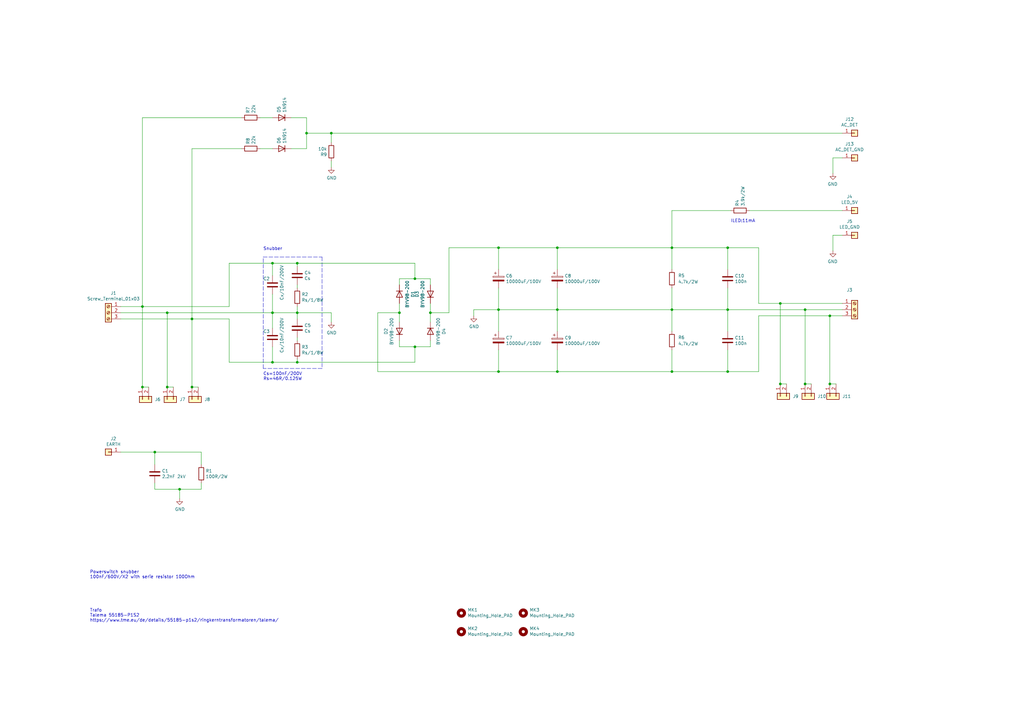
<source format=kicad_sch>
(kicad_sch (version 20211123) (generator eeschema)
  (paper "A3")
  (title_block (title "PSU for MOSFET Amp 80W") (date "2022-02-11") (rev "V4"))
  (lib_symbols
    (symbol "Connector:Screw_Terminal_01x03" (pin_names (offset 1.016) hide)
      (property "Reference" "J" (at 0 5.08 0))
      (property "Value" "Screw_Terminal_01x03" (at 0 -5.08 0))
      (symbol "Screw_Terminal_01x03_1_1"
        (rectangle (start -1.27 3.81) (end 1.27 -3.81) (stroke (width 0.254)) (fill (type background)))
        (circle (center 0 -2.54) (radius 0.635) (stroke (width 0.1524)))
        (polyline (pts (xy -0.5334 -2.2098) (xy 0.3302 -3.048)) (stroke (width 0.1524)))
        (polyline (pts (xy -0.5334 0.3302) (xy 0.3302 -0.508)) (stroke (width 0.1524)))
        (polyline (pts (xy -0.5334 2.8702) (xy 0.3302 2.032)) (stroke (width 0.1524)))
        (polyline (pts (xy -0.3556 -2.032) (xy 0.508 -2.8702)) (stroke (width 0.1524)))
        (polyline (pts (xy -0.3556 0.508) (xy 0.508 -0.3302)) (stroke (width 0.1524)))
        (polyline (pts (xy -0.3556 3.048) (xy 0.508 2.2098)) (stroke (width 0.1524)))
        (circle (center 0 0) (radius 0.635) (stroke (width 0.1524)))
        (circle (center 0 2.54) (radius 0.635) (stroke (width 0.1524)))
        (pin passive line (at -5.08 2.54 0) (length 3.81) (name "Pin_1") (number "1"))
        (pin passive line (at -5.08 0 0) (length 3.81) (name "Pin_2") (number "2"))
        (pin passive line (at -5.08 -2.54 0) (length 3.81) (name "Pin_3") (number "3"))
      )
    )
    (symbol "Connector_Generic:Conn_01x01" (pin_names (offset 1.016) hide)
      (property "Reference" "J" (at 0 2.54 0))
      (property "Value" "Conn_01x01" (at 0 -2.54 0))
      (symbol "Conn_01x01_1_1"
        (rectangle (start -1.27 0.127) (end 0 -0.127) (stroke (width 0.1524)))
        (rectangle (start -1.27 1.27) (end 1.27 -1.27) (stroke (width 0.254)) (fill (type background)))
        (pin passive line (at -5.08 0 0) (length 3.81) (name "Pin_1") (number "1"))
      )
    )
    (symbol "Connector_Generic:Conn_01x02" (pin_names (offset 1.016) hide)
      (property "Reference" "J" (at 0 2.54 0))
      (property "Value" "Conn_01x02" (at 0 -5.08 0))
      (symbol "Conn_01x02_1_1"
        (rectangle (start -1.27 -2.413) (end 0 -2.667) (stroke (width 0.1524)))
        (rectangle (start -1.27 0.127) (end 0 -0.127) (stroke (width 0.1524)))
        (rectangle (start -1.27 1.27) (end 1.27 -3.81) (stroke (width 0.254)) (fill (type background)))
        (pin passive line (at -5.08 0 0) (length 3.81) (name "Pin_1") (number "1"))
        (pin passive line (at -5.08 -2.54 0) (length 3.81) (name "Pin_2") (number "2"))
      )
    )
    (symbol "Device:C" (pin_numbers hide) (pin_names (offset 0.254))
      (property "Reference" "C" (at 0.635 2.54 0))
      (property "Value" "C" (at 0.635 -2.54 0))
      (symbol "C_0_1"
        (polyline (pts (xy -2.032 -0.762) (xy 2.032 -0.762)) (stroke (width 0.508)))
        (polyline (pts (xy -2.032 0.762) (xy 2.032 0.762)) (stroke (width 0.508)))
      )
      (symbol "C_1_1"
        (pin passive line (at 0 3.81 270) (length 2.794) (name "~") (number "1"))
        (pin passive line (at 0 -3.81 90) (length 2.794) (name "~") (number "2"))
      )
    )
    (symbol "Device:CP" (pin_numbers hide) (pin_names (offset 0.254))
      (property "Reference" "C" (at 0.635 2.54 0))
      (property "Value" "Device_CP" (at 0.635 -2.54 0))
      (symbol "CP_0_1"
        (rectangle (start -2.286 0.508) (end 2.286 1.016))
        (polyline (pts (xy -1.778 2.286) (xy -0.762 2.286)))
        (polyline (pts (xy -1.27 2.794) (xy -1.27 1.778)))
        (rectangle (start 2.286 -0.508) (end -2.286 -1.016) (fill (type outline)))
      )
      (symbol "CP_1_1"
        (pin passive line (at 0 3.81 270) (length 2.794) (name "~") (number "1"))
        (pin passive line (at 0 -3.81 90) (length 2.794) (name "~") (number "2"))
      )
    )
    (symbol "Device:D" (pin_numbers hide) (pin_names (offset 1.016) hide)
      (property "Reference" "D" (at 0 2.54 0))
      (property "Value" "D" (at 0 -2.54 0))
      (symbol "D_0_1"
        (polyline (pts (xy -1.27 1.27) (xy -1.27 -1.27)) (stroke (width 0.254)))
        (polyline (pts (xy 1.27 0) (xy -1.27 0)))
        (polyline (pts (xy 1.27 1.27) (xy 1.27 -1.27) (xy -1.27 0) (xy 1.27 1.27)) (stroke (width 0.254)))
      )
      (symbol "D_1_1"
        (pin passive line (at -3.81 0 0) (length 2.54) (name "K") (number "1"))
        (pin passive line (at 3.81 0 180) (length 2.54) (name "A") (number "2"))
      )
    )
    (symbol "Device:R" (pin_numbers hide) (pin_names (offset 0))
      (property "Reference" "R" (at 2.032 0 90))
      (property "Value" "R" (at 0 0 90))
      (symbol "R_0_1"
        (rectangle (start -1.016 -2.54) (end 1.016 2.54) (stroke (width 0.254)))
      )
      (symbol "R_1_1"
        (pin passive line (at 0 3.81 270) (length 1.27) (name "~") (number "1"))
        (pin passive line (at 0 -3.81 90) (length 1.27) (name "~") (number "2"))
      )
    )
    (symbol "Diode:1N4148" (pin_numbers hide) (pin_names (offset 1.016) hide)
      (property "Reference" "D" (at 0 2.54 0))
      (property "Value" "1N4148" (at 0 -2.54 0))
      (symbol "1N4148_0_1"
        (polyline (pts (xy -1.27 1.27) (xy -1.27 -1.27)) (stroke (width 0.254)))
        (polyline (pts (xy 1.27 0) (xy -1.27 0)))
        (polyline (pts (xy 1.27 1.27) (xy 1.27 -1.27) (xy -1.27 0) (xy 1.27 1.27)) (stroke (width 0.254)))
      )
      (symbol "1N4148_1_1"
        (pin passive line (at -3.81 0 0) (length 2.54) (name "K") (number "1"))
        (pin passive line (at 3.81 0 180) (length 2.54) (name "A") (number "2"))
      )
    )
    (symbol "Mechanical:MountingHole" (pin_names (offset 1.016))
      (property "Reference" "H" (at 0 5.08 0))
      (property "Value" "MountingHole" (at 0 3.175 0))
      (symbol "MountingHole_0_1"
        (circle (center 0 0) (radius 1.27) (stroke (width 1.27)))
      )
    )
    (symbol "power:GND" (power) (pin_names (offset 0))
      (property "Value" "GND" (at 0 -3.81 0))
      (symbol "GND_0_1"
        (polyline (pts (xy 0 0) (xy 0 -1.27) (xy 1.27 -1.27) (xy 0 -2.54) (xy -1.27 -1.27) (xy 0 -1.27)))
      )
      (symbol "GND_1_1"
        (pin power_in line (at 0 0 270) (length 0) hide (name "GND") (number "1"))
      )
    )
  )
  (junction (at 204.47 127))
  (junction (at 228.6 127))
  (junction (at 228.6 152.4))
  (junction (at 298.45 101.6))
  (junction (at 111.76 107.95))
  (junction (at 111.76 148.59))
  (junction (at 78.74 130.81))
  (junction (at 163.83 128.27))
  (junction (at 330.2 127))
  (junction (at 228.6 101.6))
  (junction (at 204.47 152.4))
  (junction (at 275.59 152.4))
  (junction (at 121.92 128.27))
  (junction (at 58.42 158.75))
  (junction (at 320.04 157.48))
  (junction (at 121.92 107.95))
  (junction (at 121.92 148.59))
  (junction (at 204.47 101.6))
  (junction (at 340.36 129.54))
  (junction (at 320.04 124.46))
  (junction (at 73.66 200.66))
  (junction (at 176.53 128.27))
  (junction (at 78.74 158.75))
  (junction (at 330.2 157.48))
  (junction (at 68.58 128.27))
  (junction (at 58.42 125.73))
  (junction (at 125.73 54.61))
  (junction (at 68.58 158.75))
  (junction (at 63.5 185.42))
  (junction (at 135.89 54.61))
  (junction (at 340.36 157.48))
  (junction (at 298.45 152.4))
  (junction (at 298.45 127))
  (junction (at 170.18 142.24))
  (junction (at 275.59 127))
  (junction (at 275.59 101.6))
  (junction (at 111.76 128.27))
  (junction (at 170.18 114.3))
  (wire (pts (xy 176.53 139.7) (xy 176.53 142.24)))
  (wire (pts (xy 82.55 200.66) (xy 73.66 200.66)))
  (wire (pts (xy 311.15 101.6) (xy 311.15 124.46)))
  (wire (pts (xy 176.53 124.46) (xy 176.53 128.27)))
  (wire (pts (xy 320.04 157.48) (xy 322.58 157.48)))
  (wire (pts (xy 154.94 128.27) (xy 154.94 152.4)))
  (wire (pts (xy 163.83 142.24) (xy 170.18 142.24)))
  (wire (pts (xy 73.66 204.47) (xy 73.66 200.66)))
  (wire (pts (xy 275.59 101.6) (xy 275.59 110.49)))
  (wire (pts (xy 228.6 127) (xy 228.6 118.11)))
  (wire (pts (xy 163.83 124.46) (xy 163.83 128.27)))
  (wire (pts (xy 106.68 60.96) (xy 111.76 60.96)))
  (wire (pts (xy 194.31 127) (xy 204.47 127)))
  (wire (pts (xy 135.89 132.08) (xy 135.89 128.27)))
  (wire (pts (xy 275.59 86.36) (xy 275.59 101.6)))
  (wire (pts (xy 163.83 114.3) (xy 170.18 114.3)))
  (wire (pts (xy 341.63 64.77) (xy 345.44 64.77)))
  (wire (pts (xy 184.15 101.6) (xy 204.47 101.6)))
  (wire (pts (xy 111.76 120.65) (xy 111.76 128.27)))
  (wire (pts (xy 204.47 127) (xy 204.47 118.11)))
  (wire (pts (xy 204.47 152.4) (xy 228.6 152.4)))
  (wire (pts (xy 68.58 158.75) (xy 71.12 158.75)))
  (wire (pts (xy 93.98 148.59) (xy 111.76 148.59)))
  (wire (pts (xy 121.92 139.7) (xy 121.92 138.43)))
  (wire (pts (xy 311.15 129.54) (xy 340.36 129.54)))
  (wire (pts (xy 135.89 66.04) (xy 135.89 68.58)))
  (wire (pts (xy 93.98 107.95) (xy 111.76 107.95)))
  (wire (pts (xy 275.59 152.4) (xy 298.45 152.4)))
  (wire (pts (xy 58.42 48.26) (xy 58.42 125.73)))
  (wire (pts (xy 341.63 102.87) (xy 341.63 96.52)))
  (wire (pts (xy 204.47 127) (xy 204.47 135.89)))
  (wire (pts (xy 275.59 143.51) (xy 275.59 152.4)))
  (wire (pts (xy 320.04 124.46) (xy 320.04 157.48)))
  (wire (pts (xy 204.47 110.49) (xy 204.47 101.6)))
  (wire (pts (xy 298.45 152.4) (xy 311.15 152.4)))
  (wire (pts (xy 63.5 185.42) (xy 49.53 185.42)))
  (wire (pts (xy 341.63 96.52) (xy 345.44 96.52)))
  (wire (pts (xy 111.76 134.62) (xy 111.76 128.27)))
  (wire (pts (xy 298.45 110.49) (xy 298.45 101.6)))
  (wire (pts (xy 82.55 185.42) (xy 63.5 185.42)))
  (wire (pts (xy 228.6 152.4) (xy 275.59 152.4)))
  (wire (pts (xy 121.92 107.95) (xy 111.76 107.95)))
  (wire (pts (xy 176.53 128.27) (xy 176.53 132.08)))
  (polyline (pts (xy 107.95 105.41) (xy 132.08 105.41)))
  (wire (pts (xy 125.73 54.61) (xy 125.73 48.26)))
  (wire (pts (xy 340.36 157.48) (xy 342.9 157.48)))
  (wire (pts (xy 170.18 142.24) (xy 176.53 142.24)))
  (wire (pts (xy 78.74 130.81) (xy 93.98 130.81)))
  (wire (pts (xy 63.5 200.66) (xy 63.5 198.12)))
  (wire (pts (xy 311.15 124.46) (xy 320.04 124.46)))
  (wire (pts (xy 93.98 125.73) (xy 93.98 107.95)))
  (wire (pts (xy 204.47 101.6) (xy 228.6 101.6)))
  (wire (pts (xy 93.98 130.81) (xy 93.98 148.59)))
  (wire (pts (xy 111.76 128.27) (xy 121.92 128.27)))
  (wire (pts (xy 176.53 114.3) (xy 176.53 116.84)))
  (wire (pts (xy 163.83 114.3) (xy 163.83 116.84)))
  (wire (pts (xy 275.59 118.11) (xy 275.59 127)))
  (wire (pts (xy 82.55 198.12) (xy 82.55 200.66)))
  (wire (pts (xy 163.83 142.24) (xy 163.83 139.7)))
  (wire (pts (xy 204.47 127) (xy 228.6 127)))
  (wire (pts (xy 121.92 148.59) (xy 170.18 148.59)))
  (wire (pts (xy 330.2 127) (xy 330.2 157.48)))
  (wire (pts (xy 170.18 148.59) (xy 170.18 142.24)))
  (wire (pts (xy 111.76 142.24) (xy 111.76 148.59)))
  (wire (pts (xy 121.92 128.27) (xy 135.89 128.27)))
  (wire (pts (xy 320.04 124.46) (xy 345.44 124.46)))
  (wire (pts (xy 228.6 127) (xy 275.59 127)))
  (wire (pts (xy 228.6 101.6) (xy 275.59 101.6)))
  (wire (pts (xy 119.38 60.96) (xy 125.73 60.96)))
  (wire (pts (xy 49.53 130.81) (xy 78.74 130.81)))
  (wire (pts (xy 121.92 118.11) (xy 121.92 116.84)))
  (wire (pts (xy 204.47 143.51) (xy 204.47 152.4)))
  (wire (pts (xy 311.15 129.54) (xy 311.15 152.4)))
  (wire (pts (xy 228.6 110.49) (xy 228.6 101.6)))
  (wire (pts (xy 194.31 129.54) (xy 194.31 127)))
  (wire (pts (xy 176.53 128.27) (xy 184.15 128.27)))
  (wire (pts (xy 275.59 101.6) (xy 298.45 101.6)))
  (wire (pts (xy 307.34 86.36) (xy 345.44 86.36)))
  (wire (pts (xy 125.73 54.61) (xy 125.73 60.96)))
  (polyline (pts (xy 132.08 105.41) (xy 132.08 151.13)))
  (wire (pts (xy 228.6 135.89) (xy 228.6 127)))
  (polyline (pts (xy 132.08 151.13) (xy 107.95 151.13)))
  (wire (pts (xy 63.5 185.42) (xy 63.5 190.5)))
  (wire (pts (xy 78.74 130.81) (xy 78.74 158.75)))
  (wire (pts (xy 298.45 127) (xy 330.2 127)))
  (wire (pts (xy 170.18 107.95) (xy 170.18 114.3)))
  (wire (pts (xy 330.2 157.48) (xy 332.74 157.48)))
  (wire (pts (xy 49.53 128.27) (xy 68.58 128.27)))
  (wire (pts (xy 58.42 125.73) (xy 93.98 125.73)))
  (wire (pts (xy 170.18 114.3) (xy 176.53 114.3)))
  (wire (pts (xy 275.59 127) (xy 275.59 135.89)))
  (wire (pts (xy 298.45 101.6) (xy 311.15 101.6)))
  (wire (pts (xy 341.63 71.12) (xy 341.63 64.77)))
  (wire (pts (xy 154.94 152.4) (xy 204.47 152.4)))
  (wire (pts (xy 49.53 125.73) (xy 58.42 125.73)))
  (wire (pts (xy 121.92 130.81) (xy 121.92 128.27)))
  (wire (pts (xy 184.15 101.6) (xy 184.15 128.27)))
  (wire (pts (xy 68.58 128.27) (xy 68.58 158.75)))
  (polyline (pts (xy 107.95 151.13) (xy 107.95 105.41)))
  (wire (pts (xy 298.45 143.51) (xy 298.45 152.4)))
  (wire (pts (xy 106.68 48.26) (xy 111.76 48.26)))
  (wire (pts (xy 298.45 127) (xy 298.45 135.89)))
  (wire (pts (xy 125.73 48.26) (xy 119.38 48.26)))
  (wire (pts (xy 82.55 190.5) (xy 82.55 185.42)))
  (wire (pts (xy 78.74 158.75) (xy 81.28 158.75)))
  (wire (pts (xy 228.6 152.4) (xy 228.6 143.51)))
  (wire (pts (xy 275.59 127) (xy 298.45 127)))
  (wire (pts (xy 111.76 148.59) (xy 121.92 148.59)))
  (wire (pts (xy 58.42 125.73) (xy 58.42 158.75)))
  (wire (pts (xy 73.66 200.66) (xy 63.5 200.66)))
  (wire (pts (xy 163.83 128.27) (xy 163.83 132.08)))
  (wire (pts (xy 135.89 54.61) (xy 345.44 54.61)))
  (wire (pts (xy 111.76 113.03) (xy 111.76 107.95)))
  (wire (pts (xy 99.06 48.26) (xy 58.42 48.26)))
  (wire (pts (xy 99.06 60.96) (xy 78.74 60.96)))
  (wire (pts (xy 340.36 129.54) (xy 340.36 157.48)))
  (wire (pts (xy 121.92 109.22) (xy 121.92 107.95)))
  (wire (pts (xy 298.45 118.11) (xy 298.45 127)))
  (wire (pts (xy 68.58 128.27) (xy 111.76 128.27)))
  (wire (pts (xy 58.42 158.75) (xy 60.96 158.75)))
  (wire (pts (xy 78.74 60.96) (xy 78.74 130.81)))
  (wire (pts (xy 135.89 54.61) (xy 135.89 58.42)))
  (wire (pts (xy 121.92 148.59) (xy 121.92 147.32)))
  (wire (pts (xy 121.92 107.95) (xy 170.18 107.95)))
  (wire (pts (xy 125.73 54.61) (xy 135.89 54.61)))
  (wire (pts (xy 121.92 128.27) (xy 121.92 125.73)))
  (wire (pts (xy 299.72 86.36) (xy 275.59 86.36)))
  (wire (pts (xy 330.2 127) (xy 345.44 127)))
  (wire (pts (xy 340.36 129.54) (xy 345.44 129.54)))
  (wire (pts (xy 163.83 128.27) (xy 154.94 128.27)))
  (text "ILED:11mA" (at 299.72 91.44 0) (effects (font (size 1.27 1.27)) (justify left bottom)))
  (text "Snubber" (at 107.95 102.87 0) (effects (font (size 1.27 1.27)) (justify left bottom)))
  (text "Trafo\nTalema 55185-P1S2\nhttps://www.tme.eu/de/details/55185-p1s2/ringkerntransformatoren/talema/" (at 36.83 255.27 0) (effects (font (size 1.27 1.27)) (justify left bottom)))
  (text "Powerswitch snubber\n100nF/600V/X2 with serie resistor 100Ohm" (at 36.83 237.49 0) (effects (font (size 1.27 1.27)) (justify left bottom)))
  (text "Cs=100nF/200V\nRs=46R/0.125W" (at 107.95 156.21 0) (effects (font (size 1.27 1.27)) (justify left bottom)))
  (symbol (lib_id "power:GND") (at 135.89 132.08 0) (unit 1)
    (property "Reference" "#PWR0101" (effects hide))
    (property "Value" "GND" (at 136.017 136.4742 0))
  )
  (symbol (lib_id "Device:C") (at 111.76 116.84 0) (unit 1)
    (property "Reference" "C2" (at 107.95 114.3 0) (effects (justify left)))
    (property "Value" "Cx/10nF/200V" (at 115.57 123.19 90) (effects (justify left)))
    (property "Footprint" "Capacitor_SMD:C_0805_2012Metric_Pad1.18x1.45mm_HandSolder" (effects hide))
  )
  (symbol (lib_id "Device:C") (at 111.76 138.43 0) (unit 1)
    (property "Reference" "C3" (at 107.95 135.89 0) (effects (justify left)))
    (property "Value" "Cx/10nF/200V" (at 115.57 144.78 90) (effects (justify left)))
    (property "Footprint" "Capacitor_SMD:C_0805_2012Metric_Pad1.18x1.45mm_HandSolder" (effects hide))
  )
  (symbol (lib_id "Device:C") (at 121.92 113.03 0) (unit 1)
    (property "Reference" "C4" (at 124.841 111.8616 0) (effects (justify left)))
    (property "Value" "Cs" (at 124.841 114.173 0) (effects (justify left)))
    (property "Footprint" "Capacitor_SMD:C_1206_3216Metric_Pad1.33x1.80mm_HandSolder" (effects hide))
  )
  (symbol (lib_id "Device:R") (at 121.92 121.92 0) (unit 1)
    (property "Reference" "R2" (at 123.698 120.7516 0) (effects (justify left)))
    (property "Value" "Rs/1/8W" (at 123.698 123.063 0) (effects (justify left)))
    (property "Footprint" "Resistor_SMD:R_0805_2012Metric_Pad1.20x1.40mm_HandSolder" (effects hide))
  )
  (symbol (lib_id "Device:C") (at 121.92 134.62 0) (unit 1)
    (property "Reference" "C5" (at 124.841 133.4516 0) (effects (justify left)))
    (property "Value" "Cs" (at 124.841 135.763 0) (effects (justify left)))
    (property "Footprint" "Capacitor_SMD:C_1206_3216Metric_Pad1.33x1.80mm_HandSolder" (effects hide))
  )
  (symbol (lib_id "Device:R") (at 121.92 143.51 0) (unit 1)
    (property "Reference" "R3" (at 123.698 142.3416 0) (effects (justify left)))
    (property "Value" "Rs/1/8W" (at 123.698 144.653 0) (effects (justify left)))
    (property "Footprint" "Resistor_SMD:R_0805_2012Metric_Pad1.20x1.40mm_HandSolder" (effects hide))
  )
  (symbol (lib_id "Device:C") (at 298.45 114.3 0) (unit 1)
    (property "Reference" "C10" (at 301.371 113.1316 0) (effects (justify left)))
    (property "Value" "100n" (at 301.371 115.443 0) (effects (justify left)))
    (property "Footprint" "Capacitor_THT:C_Rect_L7.2mm_W2.5mm_P5.00mm_FKS2_FKP2_MKS2_MKP2" (effects hide))
  )
  (symbol (lib_id "Device:C") (at 298.45 139.7 0) (unit 1)
    (property "Reference" "C11" (at 301.371 138.5316 0) (effects (justify left)))
    (property "Value" "100n" (at 301.371 140.843 0) (effects (justify left)))
    (property "Footprint" "Capacitor_THT:C_Rect_L7.2mm_W2.5mm_P5.00mm_FKS2_FKP2_MKS2_MKP2" (effects hide))
  )
  (symbol (lib_id "Mechanical:MountingHole") (at 189.23 251.46 0) (unit 1)
    (property "Reference" "MK1" (at 191.77 250.1646 0) (effects (justify left)))
    (property "Value" "Mounting_Hole_PAD" (at 191.77 252.476 0) (effects (justify left)))
    (property "Footprint" "MountingHole:MountingHole_3.2mm_M3" (effects hide))
  )
  (symbol (lib_id "Mechanical:MountingHole") (at 189.23 259.08 0) (unit 1)
    (property "Reference" "MK2" (at 191.77 257.7846 0) (effects (justify left)))
    (property "Value" "Mounting_Hole_PAD" (at 191.77 260.096 0) (effects (justify left)))
    (property "Footprint" "MountingHole:MountingHole_3.2mm_M3" (effects hide))
  )
  (symbol (lib_id "Mechanical:MountingHole") (at 214.63 251.46 0) (unit 1)
    (property "Reference" "MK3" (at 217.17 250.1646 0) (effects (justify left)))
    (property "Value" "Mounting_Hole_PAD" (at 217.17 252.476 0) (effects (justify left)))
    (property "Footprint" "MountingHole:MountingHole_3.2mm_M3" (effects hide))
  )
  (symbol (lib_id "Mechanical:MountingHole") (at 214.63 259.08 0) (unit 1)
    (property "Reference" "MK4" (at 217.17 257.7846 0) (effects (justify left)))
    (property "Value" "Mounting_Hole_PAD" (at 217.17 260.096 0) (effects (justify left)))
    (property "Footprint" "MountingHole:MountingHole_3.2mm_M3" (effects hide))
  )
  (symbol (lib_id "Device:CP") (at 204.47 139.7 0) (unit 1)
    (property "Reference" "C7" (at 207.4672 138.5316 0) (effects (justify left)))
    (property "Value" "10000uF/100V" (at 207.4672 140.843 0) (effects (justify left)))
    (property "Footprint" "Capacitor_THT:CP_Radial_D40.0mm_P10.00mm_SnapIn" (effects hide))
  )
  (symbol (lib_id "power:GND") (at 194.31 129.54 0) (unit 1)
    (property "Reference" "#PWR0102" (effects hide))
    (property "Value" "GND" (at 194.437 133.9342 0))
  )
  (symbol (lib_id "Device:D") (at 163.83 120.65 270) (unit 1)
    (property "Reference" "D1" (at 169.3418 120.65 0))
    (property "Value" "BYV98-200" (at 167.0304 120.65 0))
    (property "Footprint" "kicad-snk:SOD64-10" (effects hide))
  )
  (symbol (lib_id "Device:D") (at 163.83 135.89 90) (unit 1)
    (property "Reference" "D2" (at 158.3182 135.89 0))
    (property "Value" "BYV98-200" (at 160.6296 135.89 0))
    (property "Footprint" "kicad-snk:SOD64-10" (effects hide))
  )
  (symbol (lib_id "Device:D") (at 176.53 120.65 90) (unit 1)
    (property "Reference" "D3" (at 171.0182 120.65 0))
    (property "Value" "BYV98-200" (at 173.3296 120.65 0))
    (property "Footprint" "kicad-snk:SOD64-10" (effects hide))
  )
  (symbol (lib_id "Device:D") (at 176.53 135.89 270) (unit 1)
    (property "Reference" "D4" (at 182.0418 135.89 0))
    (property "Value" "BYV98-200" (at 179.7304 135.89 0))
    (property "Footprint" "kicad-snk:SOD64-10" (effects hide))
  )
  (symbol (lib_id "Device:CP") (at 204.47 114.3 0) (unit 1)
    (property "Reference" "C6" (at 207.4672 113.1316 0) (effects (justify left)))
    (property "Value" "10000uF/100V" (at 207.4672 115.443 0) (effects (justify left)))
    (property "Footprint" "Capacitor_THT:CP_Radial_D40.0mm_P10.00mm_SnapIn" (effects hide))
  )
  (symbol (lib_id "Device:CP") (at 228.6 114.3 0) (unit 1)
    (property "Reference" "C8" (at 231.5972 113.1316 0) (effects (justify left)))
    (property "Value" "10000uF/100V" (at 231.5972 115.443 0) (effects (justify left)))
    (property "Footprint" "Capacitor_THT:CP_Radial_D40.0mm_P10.00mm_SnapIn" (effects hide))
  )
  (symbol (lib_id "Device:CP") (at 228.6 139.7 0) (unit 1)
    (property "Reference" "C9" (at 231.5972 138.5316 0) (effects (justify left)))
    (property "Value" "10000uF/100V" (at 231.5972 140.843 0) (effects (justify left)))
    (property "Footprint" "Capacitor_THT:CP_Radial_D40.0mm_P10.00mm_SnapIn" (effects hide))
  )
  (symbol (lib_id "Connector:Screw_Terminal_01x03") (at 44.45 128.27 0) (mirror y) (unit 1)
    (property "Reference" "J1" (at 46.5328 120.2182 0))
    (property "Value" "Screw_Terminal_01x03" (at 46.5328 122.5296 0))
    (property "Footprint" "TerminalBlock_RND:TerminalBlock_RND_205-00013_1x03_P5.00mm_Horizontal" (effects hide))
  )
  (symbol (lib_id "power:GND") (at 73.66 204.47 0) (unit 1)
    (property "Reference" "#PWR0103" (effects hide))
    (property "Value" "GND" (at 73.787 208.8642 0))
  )
  (symbol (lib_id "Connector:Screw_Terminal_01x03") (at 350.52 127 0) (unit 1)
    (property "Reference" "J3" (at 348.4372 118.9482 0))
    (property "Value" "Screw_Terminal_01x03" (effects hide))
    (property "Footprint" "TerminalBlock_RND:TerminalBlock_RND_205-00013_1x03_P5.00mm_Horizontal" (effects hide))
  )
  (symbol (lib_id "Device:C") (at 63.5 194.31 0) (unit 1)
    (property "Reference" "C1" (at 66.421 193.1416 0) (effects (justify left)))
    (property "Value" "2.2nF 2kV" (at 66.421 195.453 0) (effects (justify left)))
    (property "Footprint" "Capacitor_THT:C_Rect_L18.0mm_W5.0mm_P15.00mm_FKS3_FKP3" (effects hide))
  )
  (symbol (lib_id "Device:R") (at 82.55 194.31 0) (unit 1)
    (property "Reference" "R1" (at 84.328 193.1416 0) (effects (justify left)))
    (property "Value" "100R/2W" (at 84.328 195.453 0) (effects (justify left)))
    (property "Footprint" "Resistor_THT:R_Axial_DIN0414_L11.9mm_D4.5mm_P15.24mm_Horizontal" (effects hide))
  )
  (symbol (lib_id "Connector_Generic:Conn_01x01") (at 44.45 185.42 0) (mirror y) (unit 1)
    (property "Reference" "J2" (at 46.5328 179.9082 0))
    (property "Value" "EARTH" (at 46.5328 182.2196 0))
    (property "Footprint" "Connector_Pin:Pin_D1.3mm_L11.0mm" (effects hide))
  )
  (symbol (lib_id "Device:R") (at 102.87 60.96 90) (unit 1)
    (property "Reference" "R8" (at 101.7016 59.182 0) (effects (justify left)))
    (property "Value" "22k" (at 104.013 59.182 0) (effects (justify left)))
    (property "Footprint" "Resistor_SMD:R_0805_2012Metric_Pad1.20x1.40mm_HandSolder" (effects hide))
  )
  (symbol (lib_id "Device:R") (at 135.89 62.23 180) (unit 1)
    (property "Reference" "R9" (at 134.112 63.3984 0) (effects (justify left)))
    (property "Value" "10k" (at 134.112 61.087 0) (effects (justify left)))
    (property "Footprint" "Resistor_SMD:R_0805_2012Metric_Pad1.20x1.40mm_HandSolder" (effects hide))
  )
  (symbol (lib_id "Diode:1N4148") (at 115.57 60.96 180) (unit 1)
    (property "Reference" "D6" (at 114.4016 58.928 90) (effects (justify right)))
    (property "Value" "1N914" (at 116.713 58.928 90) (effects (justify right)))
    (property "Footprint" "Diode_SMD:D_SOD-123" (effects hide))
    (property "Datasheet" "https://assets.nexperia.com/documents/data-sheet/1N4148_1N4448.pdf" (effects hide))
  )
  (symbol (lib_id "Device:R") (at 275.59 139.7 0) (unit 1)
    (property "Reference" "R6" (at 278.13 138.4299 0) (effects (justify left)))
    (property "Value" "4.7k/2W" (at 278.13 140.9699 0) (effects (justify left)))
    (property "Footprint" "Resistor_THT:R_Axial_DIN0414_L11.9mm_D4.5mm_P20.32mm_Horizontal" (effects hide))
  )
  (symbol (lib_id "Connector_Generic:Conn_01x02") (at 320.04 162.56 90) (mirror x) (unit 1)
    (property "Reference" "J9" (at 325.12 162.5599 90) (effects (justify right)))
    (property "Value" "Conn_01x02" (effects hide))
    (property "Footprint" "kicad-snk:TE_62409-1" (effects hide))
  )
  (symbol (lib_id "Connector_Generic:Conn_01x02") (at 78.74 163.83 90) (mirror x) (unit 1)
    (property "Reference" "J8" (at 83.82 163.8299 90) (effects (justify right)))
    (property "Value" "Conn_01x02" (effects hide))
    (property "Footprint" "kicad-snk:TE_62409-1" (effects hide))
  )
  (symbol (lib_id "Connector_Generic:Conn_01x02") (at 340.36 162.56 90) (mirror x) (unit 1)
    (property "Reference" "J11" (at 345.44 162.5599 90) (effects (justify right)))
    (property "Value" "Conn_01x02" (effects hide))
    (property "Footprint" "kicad-snk:TE_62409-1" (effects hide))
  )
  (symbol (lib_id "power:GND") (at 341.63 71.12 0) (mirror y) (unit 1)
    (property "Reference" "#PWR0106" (effects hide))
    (property "Value" "GND" (at 341.503 75.5142 0))
  )
  (symbol (lib_id "Connector_Generic:Conn_01x02") (at 58.42 163.83 90) (mirror x) (unit 1)
    (property "Reference" "J6" (at 63.5 163.8299 90) (effects (justify right)))
    (property "Value" "Conn_01x02" (effects hide))
    (property "Footprint" "kicad-snk:TE_62409-1" (effects hide))
  )
  (symbol (lib_id "Device:R") (at 275.59 114.3 0) (unit 1)
    (property "Reference" "R5" (at 278.13 113.0299 0) (effects (justify left)))
    (property "Value" "4.7k/2W" (at 278.13 115.5699 0) (effects (justify left)))
    (property "Footprint" "Resistor_THT:R_Axial_DIN0414_L11.9mm_D4.5mm_P20.32mm_Horizontal" (effects hide))
  )
  (symbol (lib_id "Device:R") (at 102.87 48.26 90) (unit 1)
    (property "Reference" "R7" (at 101.7016 46.482 0) (effects (justify left)))
    (property "Value" "22k" (at 104.013 46.482 0) (effects (justify left)))
    (property "Footprint" "Resistor_SMD:R_0805_2012Metric_Pad1.20x1.40mm_HandSolder" (effects hide))
  )
  (symbol (lib_id "power:GND") (at 135.89 68.58 0) (unit 1)
    (property "Reference" "#PWR0105" (effects hide))
    (property "Value" "GND" (at 136.017 72.9742 0))
  )
  (symbol (lib_id "Connector_Generic:Conn_01x02") (at 330.2 162.56 90) (mirror x) (unit 1)
    (property "Reference" "J10" (at 335.28 162.5599 90) (effects (justify right)))
    (property "Value" "Conn_01x02" (effects hide))
    (property "Footprint" "kicad-snk:TE_62409-1" (effects hide))
  )
  (symbol (lib_id "Connector_Generic:Conn_01x01") (at 350.52 64.77 0) (mirror x) (unit 1)
    (property "Reference" "J13" (at 348.4372 59.055 0))
    (property "Value" "AC_DET_GND" (at 348.4372 61.3664 0))
    (property "Footprint" "Connector_Pin:Pin_D1.0mm_L10.0mm" (effects hide))
  )
  (symbol (lib_id "Diode:1N4148") (at 115.57 48.26 180) (unit 1)
    (property "Reference" "D5" (at 114.4016 46.228 90) (effects (justify right)))
    (property "Value" "1N914" (at 116.713 46.228 90) (effects (justify right)))
    (property "Footprint" "Diode_SMD:D_SOD-123" (effects hide))
    (property "Datasheet" "https://assets.nexperia.com/documents/data-sheet/1N4148_1N4448.pdf" (effects hide))
  )
  (symbol (lib_id "Connector_Generic:Conn_01x01") (at 350.52 96.52 0) (mirror x) (unit 1)
    (property "Reference" "J5" (at 348.4372 90.805 0))
    (property "Value" "LED_GND" (at 348.4372 93.1164 0))
    (property "Footprint" "Connector_Pin:Pin_D1.0mm_L10.0mm" (effects hide))
  )
  (symbol (lib_id "Connector_Generic:Conn_01x01") (at 350.52 86.36 0) (mirror x) (unit 1)
    (property "Reference" "J4" (at 348.4372 80.645 0))
    (property "Value" "LED_5V" (at 348.4372 82.9564 0))
    (property "Footprint" "Connector_Pin:Pin_D1.0mm_L10.0mm" (effects hide))
  )
  (symbol (lib_id "Connector_Generic:Conn_01x01") (at 350.52 54.61 0) (mirror x) (unit 1)
    (property "Reference" "J12" (at 348.4372 48.895 0))
    (property "Value" "AC_DET" (at 348.4372 51.2064 0))
    (property "Footprint" "Connector_Pin:Pin_D1.0mm_L10.0mm" (effects hide))
  )
  (symbol (lib_id "power:GND") (at 341.63 102.87 0) (mirror y) (unit 1)
    (property "Reference" "#PWR0104" (effects hide))
    (property "Value" "GND" (at 341.503 107.2642 0))
  )
  (symbol (lib_id "Device:R") (at 303.53 86.36 90) (unit 1)
    (property "Reference" "R4" (at 302.3616 84.582 0) (effects (justify left)))
    (property "Value" "3.9k/2W" (at 304.673 84.582 0) (effects (justify left)))
    (property "Footprint" "Resistor_THT:R_Axial_DIN0414_L11.9mm_D4.5mm_P20.32mm_Horizontal" (effects hide))
  )
  (symbol (lib_id "Connector_Generic:Conn_01x02") (at 68.58 163.83 90) (mirror x) (unit 1)
    (property "Reference" "J7" (at 73.66 163.8299 90) (effects (justify right)))
    (property "Value" "Conn_01x02" (effects hide))
    (property "Footprint" "kicad-snk:TE_62409-1" (effects hide))
  )
)
</source>
